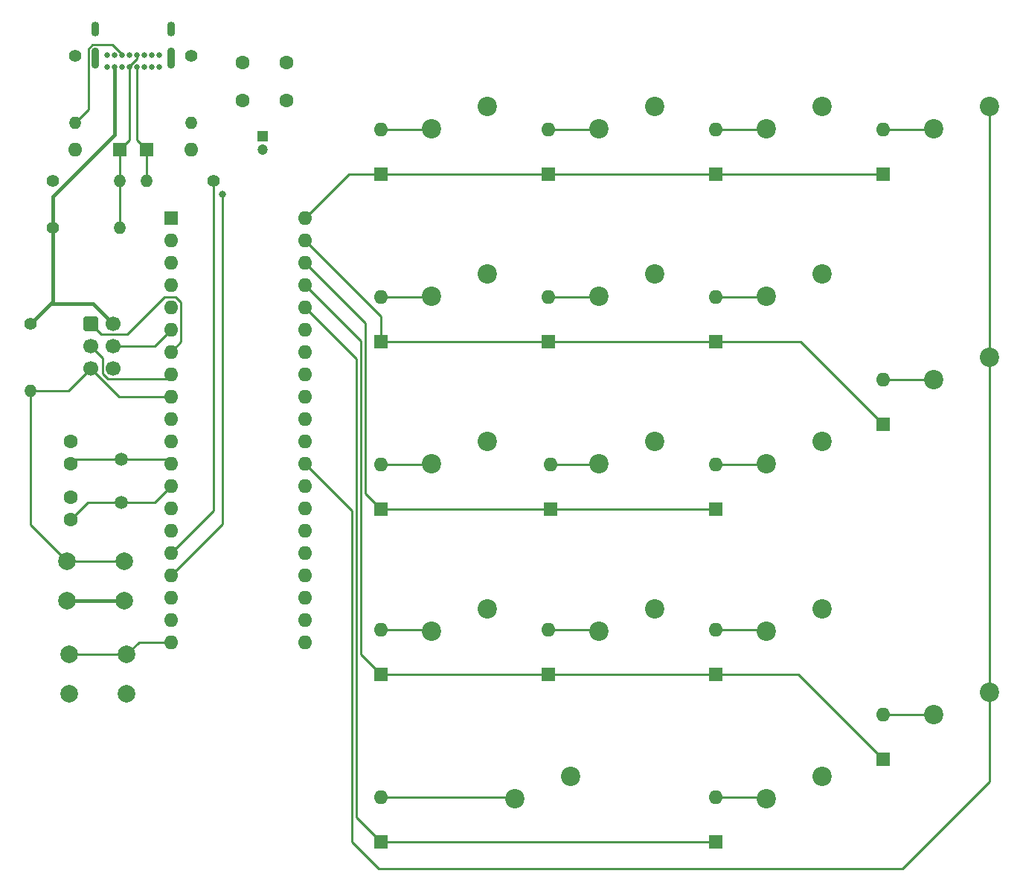
<source format=gbl>
%TF.GenerationSoftware,KiCad,Pcbnew,(5.1.6-0-10_14)*%
%TF.CreationDate,2020-10-14T16:23:59+01:00*%
%TF.ProjectId,scarlet-numpad-v1,73636172-6c65-4742-9d6e-756d7061642d,1*%
%TF.SameCoordinates,Original*%
%TF.FileFunction,Copper,L2,Bot*%
%TF.FilePolarity,Positive*%
%FSLAX46Y46*%
G04 Gerber Fmt 4.6, Leading zero omitted, Abs format (unit mm)*
G04 Created by KiCad (PCBNEW (5.1.6-0-10_14)) date 2020-10-14 16:23:59*
%MOMM*%
%LPD*%
G01*
G04 APERTURE LIST*
%TA.AperFunction,ComponentPad*%
%ADD10O,1.400000X1.400000*%
%TD*%
%TA.AperFunction,ComponentPad*%
%ADD11C,1.400000*%
%TD*%
%TA.AperFunction,ComponentPad*%
%ADD12C,2.000000*%
%TD*%
%TA.AperFunction,ComponentPad*%
%ADD13O,1.600000X1.600000*%
%TD*%
%TA.AperFunction,ComponentPad*%
%ADD14R,1.600000X1.600000*%
%TD*%
%TA.AperFunction,ComponentPad*%
%ADD15C,0.650000*%
%TD*%
%TA.AperFunction,ComponentPad*%
%ADD16O,0.900000X2.400000*%
%TD*%
%TA.AperFunction,ComponentPad*%
%ADD17O,0.900000X1.700000*%
%TD*%
%TA.AperFunction,ComponentPad*%
%ADD18C,1.600000*%
%TD*%
%TA.AperFunction,ComponentPad*%
%ADD19R,1.200000X1.200000*%
%TD*%
%TA.AperFunction,ComponentPad*%
%ADD20C,1.200000*%
%TD*%
%TA.AperFunction,ComponentPad*%
%ADD21C,1.700000*%
%TD*%
%TA.AperFunction,ComponentPad*%
%ADD22C,2.200000*%
%TD*%
%TA.AperFunction,ComponentPad*%
%ADD23C,1.500000*%
%TD*%
%TA.AperFunction,ViaPad*%
%ADD24C,0.800000*%
%TD*%
%TA.AperFunction,Conductor*%
%ADD25C,0.250000*%
%TD*%
%TA.AperFunction,Conductor*%
%ADD26C,0.381000*%
%TD*%
G04 APERTURE END LIST*
D10*
%TO.P,R6,2*%
%TO.N,Net-(D2-Pad1)*%
X40386000Y-44958000D03*
D11*
%TO.P,R6,1*%
%TO.N,+5V*%
X32766000Y-44958000D03*
%TD*%
D10*
%TO.P,R5,2*%
%TO.N,Net-(D1-Pad1)*%
X43434000Y-39624000D03*
D11*
%TO.P,R5,1*%
%TO.N,D+*%
X51054000Y-39624000D03*
%TD*%
D10*
%TO.P,R4,2*%
%TO.N,Net-(D2-Pad1)*%
X40386000Y-39624000D03*
D11*
%TO.P,R4,1*%
%TO.N,D-*%
X32766000Y-39624000D03*
%TD*%
D10*
%TO.P,R3,2*%
%TO.N,Net-(R3-Pad2)*%
X35306000Y-33020000D03*
D11*
%TO.P,R3,1*%
%TO.N,GND*%
X35306000Y-25400000D03*
%TD*%
D10*
%TO.P,R2,2*%
%TO.N,Net-(R2-Pad2)*%
X48514000Y-33020000D03*
D11*
%TO.P,R2,1*%
%TO.N,GND*%
X48514000Y-25400000D03*
%TD*%
D10*
%TO.P,R1,2*%
%TO.N,reset*%
X30226000Y-63500000D03*
D11*
%TO.P,R1,1*%
%TO.N,+5V*%
X30226000Y-55880000D03*
%TD*%
D12*
%TO.P,Boot,1*%
%TO.N,GND*%
X34648000Y-97972000D03*
%TO.P,Boot,2*%
%TO.N,bload*%
X34648000Y-93472000D03*
%TO.P,Boot,1*%
%TO.N,GND*%
X41148000Y-97972000D03*
%TO.P,Boot,2*%
%TO.N,bload*%
X41148000Y-93472000D03*
%TD*%
%TO.P,Reset,1*%
%TO.N,GND*%
X34394000Y-87376000D03*
%TO.P,Reset,2*%
%TO.N,reset*%
X34394000Y-82876000D03*
%TO.P,Reset,1*%
%TO.N,GND*%
X40894000Y-87376000D03*
%TO.P,Reset,2*%
%TO.N,reset*%
X40894000Y-82876000D03*
%TD*%
D13*
%TO.P,D19,2*%
%TO.N,Net-(D19-Pad2)*%
X108204000Y-109728000D03*
D14*
%TO.P,D19,1*%
%TO.N,row4*%
X108204000Y-114808000D03*
%TD*%
D13*
%TO.P,D18,2*%
%TO.N,Net-(D18-Pad2)*%
X70104000Y-109728000D03*
D14*
%TO.P,D18,1*%
%TO.N,row4*%
X70104000Y-114808000D03*
%TD*%
D13*
%TO.P,D17,2*%
%TO.N,Net-(D17-Pad2)*%
X127254000Y-100330000D03*
D14*
%TO.P,D17,1*%
%TO.N,row3*%
X127254000Y-105410000D03*
%TD*%
D13*
%TO.P,D16,2*%
%TO.N,Net-(D16-Pad2)*%
X108204000Y-90678000D03*
D14*
%TO.P,D16,1*%
%TO.N,row3*%
X108204000Y-95758000D03*
%TD*%
D13*
%TO.P,D15,2*%
%TO.N,Net-(D15-Pad2)*%
X89154000Y-90678000D03*
D14*
%TO.P,D15,1*%
%TO.N,row3*%
X89154000Y-95758000D03*
%TD*%
D13*
%TO.P,D14,2*%
%TO.N,Net-(D14-Pad2)*%
X70104000Y-90678000D03*
D14*
%TO.P,D14,1*%
%TO.N,row3*%
X70104000Y-95758000D03*
%TD*%
D13*
%TO.P,D13,2*%
%TO.N,Net-(D13-Pad2)*%
X108204000Y-71882000D03*
D14*
%TO.P,D13,1*%
%TO.N,row2*%
X108204000Y-76962000D03*
%TD*%
D13*
%TO.P,D12,2*%
%TO.N,Net-(D12-Pad2)*%
X89408000Y-71882000D03*
D14*
%TO.P,D12,1*%
%TO.N,row2*%
X89408000Y-76962000D03*
%TD*%
D13*
%TO.P,D11,2*%
%TO.N,Net-(D11-Pad2)*%
X70104000Y-71882000D03*
D14*
%TO.P,D11,1*%
%TO.N,row2*%
X70104000Y-76962000D03*
%TD*%
D13*
%TO.P,D10,2*%
%TO.N,Net-(D10-Pad2)*%
X127254000Y-62230000D03*
D14*
%TO.P,D10,1*%
%TO.N,row1*%
X127254000Y-67310000D03*
%TD*%
D13*
%TO.P,D9,2*%
%TO.N,Net-(D9-Pad2)*%
X108204000Y-52832000D03*
D14*
%TO.P,D9,1*%
%TO.N,row1*%
X108204000Y-57912000D03*
%TD*%
D13*
%TO.P,D8,2*%
%TO.N,Net-(D8-Pad2)*%
X89154000Y-52832000D03*
D14*
%TO.P,D8,1*%
%TO.N,row1*%
X89154000Y-57912000D03*
%TD*%
D13*
%TO.P,D7,2*%
%TO.N,Net-(D7-Pad2)*%
X70104000Y-52832000D03*
D14*
%TO.P,D7,1*%
%TO.N,row1*%
X70104000Y-57912000D03*
%TD*%
D13*
%TO.P,D6,2*%
%TO.N,Net-(D6-Pad2)*%
X127254000Y-33782000D03*
D14*
%TO.P,D6,1*%
%TO.N,row0*%
X127254000Y-38862000D03*
%TD*%
D13*
%TO.P,D5,2*%
%TO.N,Net-(D5-Pad2)*%
X108204000Y-33782000D03*
D14*
%TO.P,D5,1*%
%TO.N,row0*%
X108204000Y-38862000D03*
%TD*%
D13*
%TO.P,D4,2*%
%TO.N,Net-(D4-Pad2)*%
X89154000Y-33782000D03*
D14*
%TO.P,D4,1*%
%TO.N,row0*%
X89154000Y-38862000D03*
%TD*%
D13*
%TO.P,D3,2*%
%TO.N,Net-(D3-Pad2)*%
X70104000Y-33782000D03*
D14*
%TO.P,D3,1*%
%TO.N,row0*%
X70104000Y-38862000D03*
%TD*%
D13*
%TO.P,D2,2*%
%TO.N,GND*%
X35306000Y-36068000D03*
D14*
%TO.P,D2,1*%
%TO.N,Net-(D2-Pad1)*%
X40386000Y-36068000D03*
%TD*%
D13*
%TO.P,D1,2*%
%TO.N,GND*%
X48514000Y-36068000D03*
D14*
%TO.P,D1,1*%
%TO.N,Net-(D1-Pad1)*%
X43434000Y-36068000D03*
%TD*%
D15*
%TO.P,USB1,A5*%
%TO.N,Net-(R2-Pad2)*%
X43185000Y-26674000D03*
%TO.P,USB1,A1*%
%TO.N,GND*%
X44885000Y-26674000D03*
%TO.P,USB1,A4*%
%TO.N,+5V*%
X44035000Y-26674000D03*
%TO.P,USB1,A6*%
%TO.N,Net-(D1-Pad1)*%
X42335000Y-26674000D03*
%TO.P,USB1,A7*%
%TO.N,Net-(D2-Pad1)*%
X41485000Y-26674000D03*
%TO.P,USB1,A8*%
%TO.N,Net-(USB1-PadA8)*%
X40635000Y-26674000D03*
%TO.P,USB1,A9*%
%TO.N,+5V*%
X39785000Y-26674000D03*
%TO.P,USB1,A12*%
%TO.N,GND*%
X38935000Y-26674000D03*
%TO.P,USB1,B12*%
X44885000Y-25349000D03*
%TO.P,USB1,B9*%
%TO.N,+5V*%
X44030000Y-25349000D03*
%TO.P,USB1,B8*%
%TO.N,Net-(USB1-PadB8)*%
X43180000Y-25349000D03*
%TO.P,USB1,B7*%
%TO.N,Net-(D2-Pad1)*%
X42330000Y-25349000D03*
%TO.P,USB1,B6*%
%TO.N,Net-(D1-Pad1)*%
X41480000Y-25349000D03*
%TO.P,USB1,B5*%
%TO.N,Net-(R3-Pad2)*%
X40630000Y-25349000D03*
%TO.P,USB1,B4*%
%TO.N,+5V*%
X39780000Y-25349000D03*
%TO.P,USB1,B1*%
%TO.N,GND*%
X38930000Y-25349000D03*
D16*
%TO.P,USB1,S1*%
X46235000Y-25694000D03*
X37585000Y-25694000D03*
D17*
X46235000Y-22314000D03*
X37585000Y-22314000D03*
%TD*%
D18*
%TO.P,C1,1*%
%TO.N,Net-(C1-Pad1)*%
X34798000Y-71755000D03*
%TO.P,C1,2*%
%TO.N,GND*%
X34798000Y-69255000D03*
%TD*%
%TO.P,C2,2*%
%TO.N,GND*%
X34798000Y-75605000D03*
%TO.P,C2,1*%
%TO.N,Net-(C2-Pad1)*%
X34798000Y-78105000D03*
%TD*%
D19*
%TO.P,C3,1*%
%TO.N,+5V*%
X56642000Y-34544000D03*
D20*
%TO.P,C3,2*%
%TO.N,GND*%
X56642000Y-36044000D03*
%TD*%
D18*
%TO.P,C4,2*%
%TO.N,GND*%
X59356000Y-30480000D03*
%TO.P,C4,1*%
%TO.N,+5V*%
X54356000Y-30480000D03*
%TD*%
%TO.P,C5,1*%
%TO.N,+5V*%
X54356000Y-26162000D03*
%TO.P,C5,2*%
%TO.N,GND*%
X59356000Y-26162000D03*
%TD*%
%TO.P,J1-ISP1,1*%
%TO.N,miso*%
%TA.AperFunction,ComponentPad*%
G36*
G01*
X36234000Y-56480000D02*
X36234000Y-55280000D01*
G75*
G02*
X36484000Y-55030000I250000J0D01*
G01*
X37684000Y-55030000D01*
G75*
G02*
X37934000Y-55280000I0J-250000D01*
G01*
X37934000Y-56480000D01*
G75*
G02*
X37684000Y-56730000I-250000J0D01*
G01*
X36484000Y-56730000D01*
G75*
G02*
X36234000Y-56480000I0J250000D01*
G01*
G37*
%TD.AperFunction*%
D21*
%TO.P,J1-ISP1,3*%
%TO.N,sck*%
X37084000Y-58420000D03*
%TO.P,J1-ISP1,5*%
%TO.N,reset*%
X37084000Y-60960000D03*
%TO.P,J1-ISP1,2*%
%TO.N,+5V*%
X39624000Y-55880000D03*
%TO.P,J1-ISP1,4*%
%TO.N,mosi*%
X39624000Y-58420000D03*
%TO.P,J1-ISP1,6*%
%TO.N,GND*%
X39624000Y-60960000D03*
%TD*%
D22*
%TO.P,MX1,1*%
%TO.N,col0*%
X82169000Y-31115000D03*
%TO.P,MX1,2*%
%TO.N,Net-(D3-Pad2)*%
X75819000Y-33655000D03*
%TD*%
%TO.P,MX2,1*%
%TO.N,col0*%
X82169000Y-50165000D03*
%TO.P,MX2,2*%
%TO.N,Net-(D7-Pad2)*%
X75819000Y-52705000D03*
%TD*%
%TO.P,MX3,2*%
%TO.N,Net-(D11-Pad2)*%
X75819000Y-71755000D03*
%TO.P,MX3,1*%
%TO.N,col0*%
X82169000Y-69215000D03*
%TD*%
%TO.P,MX4,1*%
%TO.N,col0*%
X82169000Y-88265000D03*
%TO.P,MX4,2*%
%TO.N,Net-(D14-Pad2)*%
X75819000Y-90805000D03*
%TD*%
%TO.P,MX5,1*%
%TO.N,col0*%
X91694000Y-107315000D03*
%TO.P,MX5,2*%
%TO.N,Net-(D18-Pad2)*%
X85344000Y-109855000D03*
%TD*%
%TO.P,MX6,2*%
%TO.N,Net-(D4-Pad2)*%
X94869000Y-33655000D03*
%TO.P,MX6,1*%
%TO.N,col1*%
X101219000Y-31115000D03*
%TD*%
%TO.P,MX7,2*%
%TO.N,Net-(D8-Pad2)*%
X94869000Y-52705000D03*
%TO.P,MX7,1*%
%TO.N,col1*%
X101219000Y-50165000D03*
%TD*%
%TO.P,MX8,1*%
%TO.N,col1*%
X101219000Y-69215000D03*
%TO.P,MX8,2*%
%TO.N,Net-(D12-Pad2)*%
X94869000Y-71755000D03*
%TD*%
%TO.P,MX9,2*%
%TO.N,Net-(D15-Pad2)*%
X94869000Y-90805000D03*
%TO.P,MX9,1*%
%TO.N,col1*%
X101219000Y-88265000D03*
%TD*%
%TO.P,MX10,1*%
%TO.N,col2*%
X120269000Y-31115000D03*
%TO.P,MX10,2*%
%TO.N,Net-(D5-Pad2)*%
X113919000Y-33655000D03*
%TD*%
%TO.P,MX11,1*%
%TO.N,col2*%
X120269000Y-50165000D03*
%TO.P,MX11,2*%
%TO.N,Net-(D9-Pad2)*%
X113919000Y-52705000D03*
%TD*%
%TO.P,MX12,2*%
%TO.N,Net-(D13-Pad2)*%
X113919000Y-71755000D03*
%TO.P,MX12,1*%
%TO.N,col2*%
X120269000Y-69215000D03*
%TD*%
%TO.P,MX13,1*%
%TO.N,col2*%
X120269000Y-88265000D03*
%TO.P,MX13,2*%
%TO.N,Net-(D16-Pad2)*%
X113919000Y-90805000D03*
%TD*%
%TO.P,MX14,2*%
%TO.N,Net-(D19-Pad2)*%
X113919000Y-109855000D03*
%TO.P,MX14,1*%
%TO.N,col2*%
X120269000Y-107315000D03*
%TD*%
%TO.P,MX15,2*%
%TO.N,Net-(D6-Pad2)*%
X132969000Y-33655000D03*
%TO.P,MX15,1*%
%TO.N,col3*%
X139319000Y-31115000D03*
%TD*%
%TO.P,MX16,1*%
%TO.N,col3*%
X139319000Y-59690000D03*
%TO.P,MX16,2*%
%TO.N,Net-(D10-Pad2)*%
X132969000Y-62230000D03*
%TD*%
%TO.P,MX17,2*%
%TO.N,Net-(D17-Pad2)*%
X132969000Y-100330000D03*
%TO.P,MX17,1*%
%TO.N,col3*%
X139319000Y-97790000D03*
%TD*%
D14*
%TO.P,U1,1*%
%TO.N,Net-(U1-Pad1)*%
X46228000Y-43815000D03*
D13*
%TO.P,U1,21*%
%TO.N,Net-(U1-Pad21)*%
X61468000Y-92075000D03*
%TO.P,U1,2*%
%TO.N,Net-(U1-Pad2)*%
X46228000Y-46355000D03*
%TO.P,U1,22*%
%TO.N,Net-(U1-Pad22)*%
X61468000Y-89535000D03*
%TO.P,U1,3*%
%TO.N,Net-(U1-Pad3)*%
X46228000Y-48895000D03*
%TO.P,U1,23*%
%TO.N,Net-(U1-Pad23)*%
X61468000Y-86995000D03*
%TO.P,U1,4*%
%TO.N,Net-(U1-Pad4)*%
X46228000Y-51435000D03*
%TO.P,U1,24*%
%TO.N,Net-(U1-Pad24)*%
X61468000Y-84455000D03*
%TO.P,U1,5*%
%TO.N,Net-(U1-Pad5)*%
X46228000Y-53975000D03*
%TO.P,U1,25*%
%TO.N,Net-(U1-Pad25)*%
X61468000Y-81915000D03*
%TO.P,U1,6*%
%TO.N,mosi*%
X46228000Y-56515000D03*
%TO.P,U1,26*%
%TO.N,Net-(U1-Pad26)*%
X61468000Y-79375000D03*
%TO.P,U1,7*%
%TO.N,miso*%
X46228000Y-59055000D03*
%TO.P,U1,27*%
%TO.N,Net-(U1-Pad27)*%
X61468000Y-76835000D03*
%TO.P,U1,8*%
%TO.N,sck*%
X46228000Y-61595000D03*
%TO.P,U1,28*%
%TO.N,Net-(U1-Pad28)*%
X61468000Y-74295000D03*
%TO.P,U1,9*%
%TO.N,reset*%
X46228000Y-64135000D03*
%TO.P,U1,29*%
%TO.N,col3*%
X61468000Y-71755000D03*
%TO.P,U1,10*%
%TO.N,+5V*%
X46228000Y-66675000D03*
%TO.P,U1,30*%
X61468000Y-69215000D03*
%TO.P,U1,11*%
%TO.N,GND*%
X46228000Y-69215000D03*
%TO.P,U1,31*%
X61468000Y-66675000D03*
%TO.P,U1,12*%
%TO.N,Net-(C1-Pad1)*%
X46228000Y-71755000D03*
%TO.P,U1,32*%
%TO.N,Net-(U1-Pad32)*%
X61468000Y-64135000D03*
%TO.P,U1,13*%
%TO.N,Net-(C2-Pad1)*%
X46228000Y-74295000D03*
%TO.P,U1,33*%
%TO.N,col2*%
X61468000Y-61595000D03*
%TO.P,U1,14*%
%TO.N,Net-(U1-Pad14)*%
X46228000Y-76835000D03*
%TO.P,U1,34*%
%TO.N,col1*%
X61468000Y-59055000D03*
%TO.P,U1,15*%
%TO.N,Net-(U1-Pad15)*%
X46228000Y-79375000D03*
%TO.P,U1,35*%
%TO.N,col0*%
X61468000Y-56515000D03*
%TO.P,U1,16*%
%TO.N,D+*%
X46228000Y-81915000D03*
%TO.P,U1,36*%
%TO.N,row4*%
X61468000Y-53975000D03*
%TO.P,U1,17*%
%TO.N,D-*%
X46228000Y-84455000D03*
%TO.P,U1,37*%
%TO.N,row3*%
X61468000Y-51435000D03*
%TO.P,U1,18*%
%TO.N,Net-(U1-Pad18)*%
X46228000Y-86995000D03*
%TO.P,U1,38*%
%TO.N,row2*%
X61468000Y-48895000D03*
%TO.P,U1,19*%
%TO.N,Net-(U1-Pad19)*%
X46228000Y-89535000D03*
%TO.P,U1,39*%
%TO.N,row1*%
X61468000Y-46355000D03*
%TO.P,U1,20*%
%TO.N,bload*%
X46228000Y-92075000D03*
%TO.P,U1,40*%
%TO.N,row0*%
X61468000Y-43815000D03*
%TD*%
D23*
%TO.P,Y1,1*%
%TO.N,Net-(C2-Pad1)*%
X40513000Y-76200000D03*
%TO.P,Y1,2*%
%TO.N,Net-(C1-Pad1)*%
X40513000Y-71320000D03*
%TD*%
D24*
%TO.N,D-*%
X52070000Y-41148000D03*
%TD*%
D25*
%TO.N,Net-(C1-Pad1)*%
X45793000Y-71320000D02*
X46228000Y-71755000D01*
X40513000Y-71320000D02*
X45793000Y-71320000D01*
X35233000Y-71320000D02*
X34798000Y-71755000D01*
X40513000Y-71320000D02*
X35233000Y-71320000D01*
D26*
%TO.N,GND*%
X34394000Y-87376000D02*
X40894000Y-87376000D01*
D25*
%TO.N,Net-(C2-Pad1)*%
X44323000Y-76200000D02*
X46228000Y-74295000D01*
X40513000Y-76200000D02*
X44323000Y-76200000D01*
X36703000Y-76200000D02*
X34798000Y-78105000D01*
X40513000Y-76200000D02*
X36703000Y-76200000D01*
D26*
%TO.N,+5V*%
X30226000Y-55880000D02*
X32512000Y-53594000D01*
X37338000Y-53594000D02*
X39624000Y-55880000D01*
X32512000Y-53594000D02*
X37338000Y-53594000D01*
X32766000Y-41385098D02*
X32766000Y-44958000D01*
X39785000Y-34366098D02*
X32766000Y-41385098D01*
X39785000Y-26674000D02*
X39785000Y-34366098D01*
X32766000Y-53340000D02*
X32512000Y-53594000D01*
X32766000Y-44958000D02*
X32766000Y-53340000D01*
D25*
%TO.N,Net-(D1-Pad1)*%
X42335000Y-34969000D02*
X43434000Y-36068000D01*
X42335000Y-26674000D02*
X42335000Y-34969000D01*
X43434000Y-39624000D02*
X43434000Y-36068000D01*
%TO.N,Net-(D2-Pad1)*%
X41485000Y-26561998D02*
X41485000Y-26674000D01*
X42330000Y-25716998D02*
X41485000Y-26561998D01*
X42330000Y-25349000D02*
X42330000Y-25716998D01*
X41485000Y-34969000D02*
X40386000Y-36068000D01*
X41485000Y-26674000D02*
X41485000Y-34969000D01*
X40386000Y-36068000D02*
X40386000Y-39624000D01*
X40386000Y-39624000D02*
X40386000Y-44958000D01*
%TO.N,Net-(D3-Pad2)*%
X75692000Y-33782000D02*
X75819000Y-33655000D01*
X70104000Y-33782000D02*
X75692000Y-33782000D01*
%TO.N,row0*%
X108204000Y-38862000D02*
X127254000Y-38862000D01*
X108204000Y-38862000D02*
X89154000Y-38862000D01*
X66421000Y-38862000D02*
X61468000Y-43815000D01*
X70104000Y-38862000D02*
X66421000Y-38862000D01*
X70104000Y-38862000D02*
X89154000Y-38862000D01*
%TO.N,Net-(D4-Pad2)*%
X94742000Y-33782000D02*
X94869000Y-33655000D01*
X89154000Y-33782000D02*
X94742000Y-33782000D01*
%TO.N,Net-(D5-Pad2)*%
X113792000Y-33782000D02*
X113919000Y-33655000D01*
X108204000Y-33782000D02*
X113792000Y-33782000D01*
%TO.N,Net-(D6-Pad2)*%
X132842000Y-33782000D02*
X132969000Y-33655000D01*
X127254000Y-33782000D02*
X132842000Y-33782000D01*
%TO.N,Net-(D7-Pad2)*%
X75692000Y-52832000D02*
X75819000Y-52705000D01*
X70104000Y-52832000D02*
X75692000Y-52832000D01*
%TO.N,row1*%
X70104000Y-54991000D02*
X70104000Y-57912000D01*
X61468000Y-46355000D02*
X70104000Y-54991000D01*
X70104000Y-57912000D02*
X89154000Y-57912000D01*
X89154000Y-57912000D02*
X108204000Y-57912000D01*
X117856000Y-57912000D02*
X127254000Y-67310000D01*
X108204000Y-57912000D02*
X117856000Y-57912000D01*
%TO.N,Net-(D8-Pad2)*%
X94742000Y-52832000D02*
X94869000Y-52705000D01*
X89154000Y-52832000D02*
X94742000Y-52832000D01*
%TO.N,Net-(D9-Pad2)*%
X113792000Y-52832000D02*
X113919000Y-52705000D01*
X108204000Y-52832000D02*
X113792000Y-52832000D01*
%TO.N,Net-(D10-Pad2)*%
X127254000Y-62230000D02*
X132969000Y-62230000D01*
%TO.N,row2*%
X70104000Y-76962000D02*
X89408000Y-76962000D01*
X89408000Y-76962000D02*
X108204000Y-76962000D01*
X68326000Y-75184000D02*
X70104000Y-76962000D01*
X68326000Y-55753000D02*
X68326000Y-75184000D01*
X61468000Y-48895000D02*
X68326000Y-55753000D01*
%TO.N,Net-(D11-Pad2)*%
X75692000Y-71882000D02*
X75819000Y-71755000D01*
X70104000Y-71882000D02*
X75692000Y-71882000D01*
%TO.N,Net-(D12-Pad2)*%
X94742000Y-71882000D02*
X94869000Y-71755000D01*
X89408000Y-71882000D02*
X94742000Y-71882000D01*
%TO.N,Net-(D13-Pad2)*%
X113792000Y-71882000D02*
X113919000Y-71755000D01*
X108204000Y-71882000D02*
X113792000Y-71882000D01*
%TO.N,Net-(D14-Pad2)*%
X75692000Y-90678000D02*
X75819000Y-90805000D01*
X70104000Y-90678000D02*
X75692000Y-90678000D01*
%TO.N,row3*%
X70104000Y-95758000D02*
X89154000Y-95758000D01*
X89154000Y-95758000D02*
X108204000Y-95758000D01*
X117602000Y-95758000D02*
X127254000Y-105410000D01*
X108204000Y-95758000D02*
X117602000Y-95758000D01*
X67818000Y-93472000D02*
X70104000Y-95758000D01*
X67818000Y-57785000D02*
X67818000Y-93472000D01*
X61468000Y-51435000D02*
X67818000Y-57785000D01*
%TO.N,Net-(D15-Pad2)*%
X94742000Y-90678000D02*
X94869000Y-90805000D01*
X89154000Y-90678000D02*
X94742000Y-90678000D01*
%TO.N,Net-(D16-Pad2)*%
X113792000Y-90678000D02*
X113919000Y-90805000D01*
X108204000Y-90678000D02*
X113792000Y-90678000D01*
%TO.N,Net-(D17-Pad2)*%
X127254000Y-100330000D02*
X132969000Y-100330000D01*
%TO.N,row4*%
X70104000Y-114808000D02*
X108204000Y-114808000D01*
X67310000Y-112014000D02*
X70104000Y-114808000D01*
X67310000Y-59817000D02*
X67310000Y-112014000D01*
X61468000Y-53975000D02*
X67310000Y-59817000D01*
%TO.N,Net-(D18-Pad2)*%
X85217000Y-109728000D02*
X85344000Y-109855000D01*
X70104000Y-109728000D02*
X85217000Y-109728000D01*
%TO.N,Net-(D19-Pad2)*%
X113792000Y-109728000D02*
X113919000Y-109855000D01*
X108204000Y-109728000D02*
X113792000Y-109728000D01*
%TO.N,miso*%
X47353001Y-53434999D02*
X47353001Y-57929999D01*
X46768001Y-52849999D02*
X47353001Y-53434999D01*
X45448001Y-52849999D02*
X46768001Y-52849999D01*
X47353001Y-57929999D02*
X46228000Y-59055000D01*
X41242999Y-57055001D02*
X45448001Y-52849999D01*
X38259001Y-57055001D02*
X41242999Y-57055001D01*
X37084000Y-55880000D02*
X38259001Y-57055001D01*
%TO.N,sck*%
X45687999Y-62135001D02*
X46228000Y-61595000D01*
X38448999Y-61524001D02*
X39059999Y-62135001D01*
X39059999Y-62135001D02*
X45687999Y-62135001D01*
X38448999Y-59784999D02*
X38448999Y-61524001D01*
X37084000Y-58420000D02*
X38448999Y-59784999D01*
%TO.N,reset*%
X40259000Y-64135000D02*
X46228000Y-64135000D01*
X37084000Y-60960000D02*
X40259000Y-64135000D01*
X34570000Y-82446000D02*
X34648000Y-82368000D01*
X34394000Y-82876000D02*
X40894000Y-82876000D01*
X34544000Y-63500000D02*
X37084000Y-60960000D01*
X30226000Y-63500000D02*
X34544000Y-63500000D01*
X30226000Y-78708000D02*
X30226000Y-63500000D01*
X34394000Y-82876000D02*
X30226000Y-78708000D01*
%TO.N,mosi*%
X44323000Y-58420000D02*
X46228000Y-56515000D01*
X39624000Y-58420000D02*
X44323000Y-58420000D01*
%TO.N,col3*%
X139319000Y-31115000D02*
X139319000Y-59690000D01*
X139319000Y-59690000D02*
X139319000Y-97790000D01*
X66802000Y-77089000D02*
X61468000Y-71755000D01*
X66802000Y-114808000D02*
X66802000Y-77089000D01*
X139319000Y-97790000D02*
X139319000Y-107968002D01*
X139319000Y-107968002D02*
X129431002Y-117856000D01*
X69850000Y-117856000D02*
X66802000Y-114808000D01*
X129431002Y-117856000D02*
X69850000Y-117856000D01*
%TO.N,Net-(R3-Pad2)*%
X40630000Y-25349000D02*
X40630000Y-25236998D01*
X40430001Y-25149001D02*
X40630000Y-25349000D01*
X37263981Y-24168990D02*
X39561992Y-24168990D01*
X36809990Y-24622981D02*
X37263981Y-24168990D01*
X36809990Y-31516010D02*
X36809990Y-24622981D01*
X40430001Y-25036999D02*
X40430001Y-25149001D01*
X39561992Y-24168990D02*
X40430001Y-25036999D01*
X35306000Y-33020000D02*
X36809990Y-31516010D01*
%TO.N,D-*%
X52070000Y-78613000D02*
X52070000Y-41148000D01*
X46228000Y-84455000D02*
X52070000Y-78613000D01*
%TO.N,D+*%
X51054000Y-77089000D02*
X46228000Y-81915000D01*
X51054000Y-62992000D02*
X51054000Y-39624000D01*
X51054000Y-77089000D02*
X51054000Y-62992000D01*
%TO.N,bload*%
X42545000Y-92075000D02*
X41148000Y-93472000D01*
X46228000Y-92075000D02*
X42545000Y-92075000D01*
X34648000Y-93472000D02*
X41148000Y-93472000D01*
%TD*%
M02*

</source>
